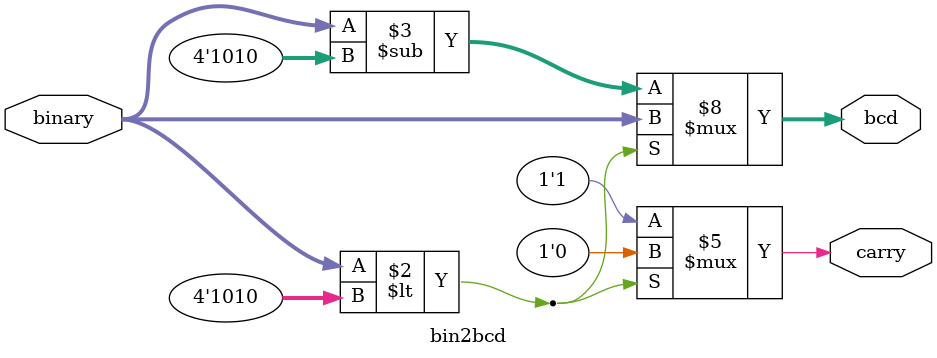
<source format=sv>
module bin2bcd (
  input logic [3:0] binary,
  output logic [3:0] bcd,
  output logic carry
  );
  
always_comb begin

if (binary < 4'd10) begin
 bcd = binary;
 carry = 1'b0;
end

else begin

bcd = binary - 4'd10;
carry = 1'b1;

end

end
  
  
endmodule

</source>
